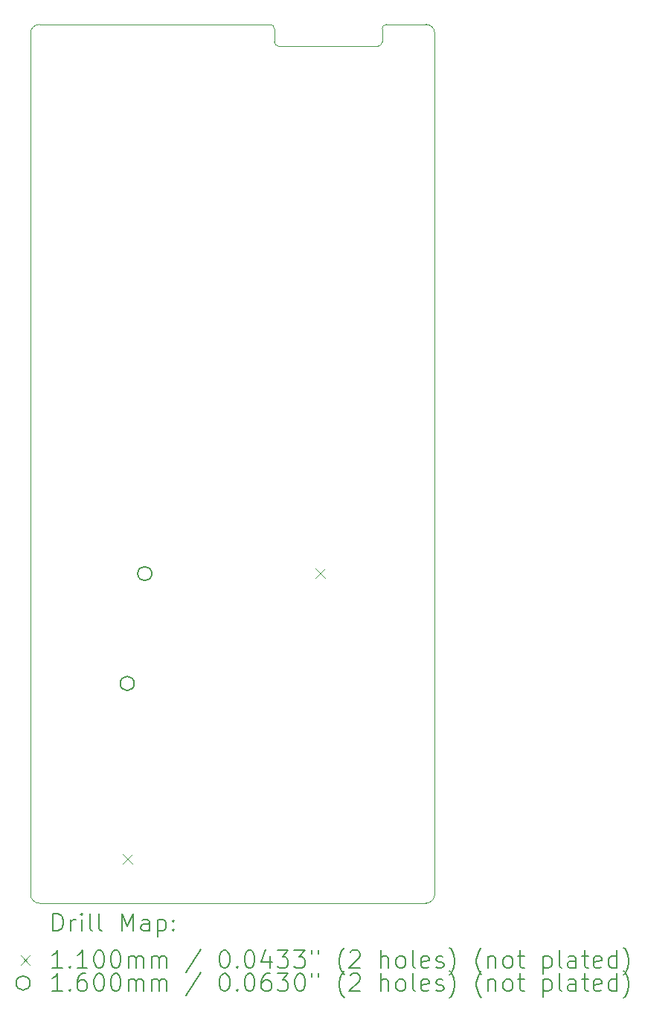
<source format=gbr>
%TF.GenerationSoftware,KiCad,Pcbnew,7.0.6*%
%TF.CreationDate,2023-08-09T14:49:31+09:30*%
%TF.ProjectId,backplane,6261636b-706c-4616-9e65-2e6b69636164,V1.0*%
%TF.SameCoordinates,Original*%
%TF.FileFunction,Drillmap*%
%TF.FilePolarity,Positive*%
%FSLAX45Y45*%
G04 Gerber Fmt 4.5, Leading zero omitted, Abs format (unit mm)*
G04 Created by KiCad (PCBNEW 7.0.6) date 2023-08-09 14:49:31*
%MOMM*%
%LPD*%
G01*
G04 APERTURE LIST*
%ADD10C,0.100000*%
%ADD11C,0.200000*%
%ADD12C,0.110000*%
%ADD13C,0.160000*%
G04 APERTURE END LIST*
D10*
X10000000Y-14900000D02*
X10000000Y-5100000D01*
X14500000Y-15000000D02*
G75*
G03*
X14600000Y-14900000I0J100000D01*
G01*
X14600000Y-5100000D02*
G75*
G03*
X14500000Y-5000000I-100000J0D01*
G01*
X14500000Y-15000000D02*
X10100000Y-15000000D01*
X10000000Y-14900000D02*
G75*
G03*
X10100000Y-15000000I100000J0D01*
G01*
X12775000Y-5050000D02*
X12775000Y-5200000D01*
X14500000Y-5000000D02*
X14050000Y-5000000D01*
X14000000Y-5200000D02*
X14000000Y-5050000D01*
X10100000Y-5000000D02*
X12725000Y-5000000D01*
X12775000Y-5200000D02*
G75*
G03*
X12825000Y-5250000I50000J0D01*
G01*
X12825000Y-5250000D02*
X13950000Y-5250000D01*
X10100000Y-5000000D02*
G75*
G03*
X10000000Y-5100000I0J-100000D01*
G01*
X14050000Y-5000000D02*
G75*
G03*
X14000000Y-5050000I0J-50000D01*
G01*
X13950000Y-5250000D02*
G75*
G03*
X14000000Y-5200000I0J50000D01*
G01*
X12775000Y-5050000D02*
G75*
G03*
X12725000Y-5000000I-50000J0D01*
G01*
X14600000Y-5100000D02*
X14600000Y-14900000D01*
D11*
D12*
X11045000Y-14445000D02*
X11155000Y-14555000D01*
X11155000Y-14445000D02*
X11045000Y-14555000D01*
X13245000Y-11195000D02*
X13355000Y-11305000D01*
X13355000Y-11195000D02*
X13245000Y-11305000D01*
D13*
X11180000Y-12500000D02*
G75*
G03*
X11180000Y-12500000I-80000J0D01*
G01*
X11380000Y-11250000D02*
G75*
G03*
X11380000Y-11250000I-80000J0D01*
G01*
D11*
X10255777Y-15316484D02*
X10255777Y-15116484D01*
X10255777Y-15116484D02*
X10303396Y-15116484D01*
X10303396Y-15116484D02*
X10331967Y-15126008D01*
X10331967Y-15126008D02*
X10351015Y-15145055D01*
X10351015Y-15145055D02*
X10360539Y-15164103D01*
X10360539Y-15164103D02*
X10370063Y-15202198D01*
X10370063Y-15202198D02*
X10370063Y-15230769D01*
X10370063Y-15230769D02*
X10360539Y-15268865D01*
X10360539Y-15268865D02*
X10351015Y-15287912D01*
X10351015Y-15287912D02*
X10331967Y-15306960D01*
X10331967Y-15306960D02*
X10303396Y-15316484D01*
X10303396Y-15316484D02*
X10255777Y-15316484D01*
X10455777Y-15316484D02*
X10455777Y-15183150D01*
X10455777Y-15221246D02*
X10465301Y-15202198D01*
X10465301Y-15202198D02*
X10474824Y-15192674D01*
X10474824Y-15192674D02*
X10493872Y-15183150D01*
X10493872Y-15183150D02*
X10512920Y-15183150D01*
X10579586Y-15316484D02*
X10579586Y-15183150D01*
X10579586Y-15116484D02*
X10570063Y-15126008D01*
X10570063Y-15126008D02*
X10579586Y-15135531D01*
X10579586Y-15135531D02*
X10589110Y-15126008D01*
X10589110Y-15126008D02*
X10579586Y-15116484D01*
X10579586Y-15116484D02*
X10579586Y-15135531D01*
X10703396Y-15316484D02*
X10684348Y-15306960D01*
X10684348Y-15306960D02*
X10674824Y-15287912D01*
X10674824Y-15287912D02*
X10674824Y-15116484D01*
X10808158Y-15316484D02*
X10789110Y-15306960D01*
X10789110Y-15306960D02*
X10779586Y-15287912D01*
X10779586Y-15287912D02*
X10779586Y-15116484D01*
X11036729Y-15316484D02*
X11036729Y-15116484D01*
X11036729Y-15116484D02*
X11103396Y-15259341D01*
X11103396Y-15259341D02*
X11170063Y-15116484D01*
X11170063Y-15116484D02*
X11170063Y-15316484D01*
X11351015Y-15316484D02*
X11351015Y-15211722D01*
X11351015Y-15211722D02*
X11341491Y-15192674D01*
X11341491Y-15192674D02*
X11322443Y-15183150D01*
X11322443Y-15183150D02*
X11284348Y-15183150D01*
X11284348Y-15183150D02*
X11265301Y-15192674D01*
X11351015Y-15306960D02*
X11331967Y-15316484D01*
X11331967Y-15316484D02*
X11284348Y-15316484D01*
X11284348Y-15316484D02*
X11265301Y-15306960D01*
X11265301Y-15306960D02*
X11255777Y-15287912D01*
X11255777Y-15287912D02*
X11255777Y-15268865D01*
X11255777Y-15268865D02*
X11265301Y-15249817D01*
X11265301Y-15249817D02*
X11284348Y-15240293D01*
X11284348Y-15240293D02*
X11331967Y-15240293D01*
X11331967Y-15240293D02*
X11351015Y-15230769D01*
X11446253Y-15183150D02*
X11446253Y-15383150D01*
X11446253Y-15192674D02*
X11465301Y-15183150D01*
X11465301Y-15183150D02*
X11503396Y-15183150D01*
X11503396Y-15183150D02*
X11522443Y-15192674D01*
X11522443Y-15192674D02*
X11531967Y-15202198D01*
X11531967Y-15202198D02*
X11541491Y-15221246D01*
X11541491Y-15221246D02*
X11541491Y-15278388D01*
X11541491Y-15278388D02*
X11531967Y-15297436D01*
X11531967Y-15297436D02*
X11522443Y-15306960D01*
X11522443Y-15306960D02*
X11503396Y-15316484D01*
X11503396Y-15316484D02*
X11465301Y-15316484D01*
X11465301Y-15316484D02*
X11446253Y-15306960D01*
X11627205Y-15297436D02*
X11636729Y-15306960D01*
X11636729Y-15306960D02*
X11627205Y-15316484D01*
X11627205Y-15316484D02*
X11617682Y-15306960D01*
X11617682Y-15306960D02*
X11627205Y-15297436D01*
X11627205Y-15297436D02*
X11627205Y-15316484D01*
X11627205Y-15192674D02*
X11636729Y-15202198D01*
X11636729Y-15202198D02*
X11627205Y-15211722D01*
X11627205Y-15211722D02*
X11617682Y-15202198D01*
X11617682Y-15202198D02*
X11627205Y-15192674D01*
X11627205Y-15192674D02*
X11627205Y-15211722D01*
D12*
X9885000Y-15590000D02*
X9995000Y-15700000D01*
X9995000Y-15590000D02*
X9885000Y-15700000D01*
D11*
X10360539Y-15736484D02*
X10246253Y-15736484D01*
X10303396Y-15736484D02*
X10303396Y-15536484D01*
X10303396Y-15536484D02*
X10284348Y-15565055D01*
X10284348Y-15565055D02*
X10265301Y-15584103D01*
X10265301Y-15584103D02*
X10246253Y-15593627D01*
X10446253Y-15717436D02*
X10455777Y-15726960D01*
X10455777Y-15726960D02*
X10446253Y-15736484D01*
X10446253Y-15736484D02*
X10436729Y-15726960D01*
X10436729Y-15726960D02*
X10446253Y-15717436D01*
X10446253Y-15717436D02*
X10446253Y-15736484D01*
X10646253Y-15736484D02*
X10531967Y-15736484D01*
X10589110Y-15736484D02*
X10589110Y-15536484D01*
X10589110Y-15536484D02*
X10570063Y-15565055D01*
X10570063Y-15565055D02*
X10551015Y-15584103D01*
X10551015Y-15584103D02*
X10531967Y-15593627D01*
X10770063Y-15536484D02*
X10789110Y-15536484D01*
X10789110Y-15536484D02*
X10808158Y-15546008D01*
X10808158Y-15546008D02*
X10817682Y-15555531D01*
X10817682Y-15555531D02*
X10827205Y-15574579D01*
X10827205Y-15574579D02*
X10836729Y-15612674D01*
X10836729Y-15612674D02*
X10836729Y-15660293D01*
X10836729Y-15660293D02*
X10827205Y-15698388D01*
X10827205Y-15698388D02*
X10817682Y-15717436D01*
X10817682Y-15717436D02*
X10808158Y-15726960D01*
X10808158Y-15726960D02*
X10789110Y-15736484D01*
X10789110Y-15736484D02*
X10770063Y-15736484D01*
X10770063Y-15736484D02*
X10751015Y-15726960D01*
X10751015Y-15726960D02*
X10741491Y-15717436D01*
X10741491Y-15717436D02*
X10731967Y-15698388D01*
X10731967Y-15698388D02*
X10722444Y-15660293D01*
X10722444Y-15660293D02*
X10722444Y-15612674D01*
X10722444Y-15612674D02*
X10731967Y-15574579D01*
X10731967Y-15574579D02*
X10741491Y-15555531D01*
X10741491Y-15555531D02*
X10751015Y-15546008D01*
X10751015Y-15546008D02*
X10770063Y-15536484D01*
X10960539Y-15536484D02*
X10979586Y-15536484D01*
X10979586Y-15536484D02*
X10998634Y-15546008D01*
X10998634Y-15546008D02*
X11008158Y-15555531D01*
X11008158Y-15555531D02*
X11017682Y-15574579D01*
X11017682Y-15574579D02*
X11027205Y-15612674D01*
X11027205Y-15612674D02*
X11027205Y-15660293D01*
X11027205Y-15660293D02*
X11017682Y-15698388D01*
X11017682Y-15698388D02*
X11008158Y-15717436D01*
X11008158Y-15717436D02*
X10998634Y-15726960D01*
X10998634Y-15726960D02*
X10979586Y-15736484D01*
X10979586Y-15736484D02*
X10960539Y-15736484D01*
X10960539Y-15736484D02*
X10941491Y-15726960D01*
X10941491Y-15726960D02*
X10931967Y-15717436D01*
X10931967Y-15717436D02*
X10922444Y-15698388D01*
X10922444Y-15698388D02*
X10912920Y-15660293D01*
X10912920Y-15660293D02*
X10912920Y-15612674D01*
X10912920Y-15612674D02*
X10922444Y-15574579D01*
X10922444Y-15574579D02*
X10931967Y-15555531D01*
X10931967Y-15555531D02*
X10941491Y-15546008D01*
X10941491Y-15546008D02*
X10960539Y-15536484D01*
X11112920Y-15736484D02*
X11112920Y-15603150D01*
X11112920Y-15622198D02*
X11122444Y-15612674D01*
X11122444Y-15612674D02*
X11141491Y-15603150D01*
X11141491Y-15603150D02*
X11170063Y-15603150D01*
X11170063Y-15603150D02*
X11189110Y-15612674D01*
X11189110Y-15612674D02*
X11198634Y-15631722D01*
X11198634Y-15631722D02*
X11198634Y-15736484D01*
X11198634Y-15631722D02*
X11208158Y-15612674D01*
X11208158Y-15612674D02*
X11227205Y-15603150D01*
X11227205Y-15603150D02*
X11255777Y-15603150D01*
X11255777Y-15603150D02*
X11274824Y-15612674D01*
X11274824Y-15612674D02*
X11284348Y-15631722D01*
X11284348Y-15631722D02*
X11284348Y-15736484D01*
X11379586Y-15736484D02*
X11379586Y-15603150D01*
X11379586Y-15622198D02*
X11389110Y-15612674D01*
X11389110Y-15612674D02*
X11408158Y-15603150D01*
X11408158Y-15603150D02*
X11436729Y-15603150D01*
X11436729Y-15603150D02*
X11455777Y-15612674D01*
X11455777Y-15612674D02*
X11465301Y-15631722D01*
X11465301Y-15631722D02*
X11465301Y-15736484D01*
X11465301Y-15631722D02*
X11474824Y-15612674D01*
X11474824Y-15612674D02*
X11493872Y-15603150D01*
X11493872Y-15603150D02*
X11522443Y-15603150D01*
X11522443Y-15603150D02*
X11541491Y-15612674D01*
X11541491Y-15612674D02*
X11551015Y-15631722D01*
X11551015Y-15631722D02*
X11551015Y-15736484D01*
X11941491Y-15526960D02*
X11770063Y-15784103D01*
X12198634Y-15536484D02*
X12217682Y-15536484D01*
X12217682Y-15536484D02*
X12236729Y-15546008D01*
X12236729Y-15546008D02*
X12246253Y-15555531D01*
X12246253Y-15555531D02*
X12255777Y-15574579D01*
X12255777Y-15574579D02*
X12265301Y-15612674D01*
X12265301Y-15612674D02*
X12265301Y-15660293D01*
X12265301Y-15660293D02*
X12255777Y-15698388D01*
X12255777Y-15698388D02*
X12246253Y-15717436D01*
X12246253Y-15717436D02*
X12236729Y-15726960D01*
X12236729Y-15726960D02*
X12217682Y-15736484D01*
X12217682Y-15736484D02*
X12198634Y-15736484D01*
X12198634Y-15736484D02*
X12179586Y-15726960D01*
X12179586Y-15726960D02*
X12170063Y-15717436D01*
X12170063Y-15717436D02*
X12160539Y-15698388D01*
X12160539Y-15698388D02*
X12151015Y-15660293D01*
X12151015Y-15660293D02*
X12151015Y-15612674D01*
X12151015Y-15612674D02*
X12160539Y-15574579D01*
X12160539Y-15574579D02*
X12170063Y-15555531D01*
X12170063Y-15555531D02*
X12179586Y-15546008D01*
X12179586Y-15546008D02*
X12198634Y-15536484D01*
X12351015Y-15717436D02*
X12360539Y-15726960D01*
X12360539Y-15726960D02*
X12351015Y-15736484D01*
X12351015Y-15736484D02*
X12341491Y-15726960D01*
X12341491Y-15726960D02*
X12351015Y-15717436D01*
X12351015Y-15717436D02*
X12351015Y-15736484D01*
X12484348Y-15536484D02*
X12503396Y-15536484D01*
X12503396Y-15536484D02*
X12522444Y-15546008D01*
X12522444Y-15546008D02*
X12531967Y-15555531D01*
X12531967Y-15555531D02*
X12541491Y-15574579D01*
X12541491Y-15574579D02*
X12551015Y-15612674D01*
X12551015Y-15612674D02*
X12551015Y-15660293D01*
X12551015Y-15660293D02*
X12541491Y-15698388D01*
X12541491Y-15698388D02*
X12531967Y-15717436D01*
X12531967Y-15717436D02*
X12522444Y-15726960D01*
X12522444Y-15726960D02*
X12503396Y-15736484D01*
X12503396Y-15736484D02*
X12484348Y-15736484D01*
X12484348Y-15736484D02*
X12465301Y-15726960D01*
X12465301Y-15726960D02*
X12455777Y-15717436D01*
X12455777Y-15717436D02*
X12446253Y-15698388D01*
X12446253Y-15698388D02*
X12436729Y-15660293D01*
X12436729Y-15660293D02*
X12436729Y-15612674D01*
X12436729Y-15612674D02*
X12446253Y-15574579D01*
X12446253Y-15574579D02*
X12455777Y-15555531D01*
X12455777Y-15555531D02*
X12465301Y-15546008D01*
X12465301Y-15546008D02*
X12484348Y-15536484D01*
X12722444Y-15603150D02*
X12722444Y-15736484D01*
X12674825Y-15526960D02*
X12627206Y-15669817D01*
X12627206Y-15669817D02*
X12751015Y-15669817D01*
X12808158Y-15536484D02*
X12931967Y-15536484D01*
X12931967Y-15536484D02*
X12865301Y-15612674D01*
X12865301Y-15612674D02*
X12893872Y-15612674D01*
X12893872Y-15612674D02*
X12912920Y-15622198D01*
X12912920Y-15622198D02*
X12922444Y-15631722D01*
X12922444Y-15631722D02*
X12931967Y-15650769D01*
X12931967Y-15650769D02*
X12931967Y-15698388D01*
X12931967Y-15698388D02*
X12922444Y-15717436D01*
X12922444Y-15717436D02*
X12912920Y-15726960D01*
X12912920Y-15726960D02*
X12893872Y-15736484D01*
X12893872Y-15736484D02*
X12836729Y-15736484D01*
X12836729Y-15736484D02*
X12817682Y-15726960D01*
X12817682Y-15726960D02*
X12808158Y-15717436D01*
X12998634Y-15536484D02*
X13122444Y-15536484D01*
X13122444Y-15536484D02*
X13055777Y-15612674D01*
X13055777Y-15612674D02*
X13084348Y-15612674D01*
X13084348Y-15612674D02*
X13103396Y-15622198D01*
X13103396Y-15622198D02*
X13112920Y-15631722D01*
X13112920Y-15631722D02*
X13122444Y-15650769D01*
X13122444Y-15650769D02*
X13122444Y-15698388D01*
X13122444Y-15698388D02*
X13112920Y-15717436D01*
X13112920Y-15717436D02*
X13103396Y-15726960D01*
X13103396Y-15726960D02*
X13084348Y-15736484D01*
X13084348Y-15736484D02*
X13027206Y-15736484D01*
X13027206Y-15736484D02*
X13008158Y-15726960D01*
X13008158Y-15726960D02*
X12998634Y-15717436D01*
X13198634Y-15536484D02*
X13198634Y-15574579D01*
X13274825Y-15536484D02*
X13274825Y-15574579D01*
X13570063Y-15812674D02*
X13560539Y-15803150D01*
X13560539Y-15803150D02*
X13541491Y-15774579D01*
X13541491Y-15774579D02*
X13531968Y-15755531D01*
X13531968Y-15755531D02*
X13522444Y-15726960D01*
X13522444Y-15726960D02*
X13512920Y-15679341D01*
X13512920Y-15679341D02*
X13512920Y-15641246D01*
X13512920Y-15641246D02*
X13522444Y-15593627D01*
X13522444Y-15593627D02*
X13531968Y-15565055D01*
X13531968Y-15565055D02*
X13541491Y-15546008D01*
X13541491Y-15546008D02*
X13560539Y-15517436D01*
X13560539Y-15517436D02*
X13570063Y-15507912D01*
X13636729Y-15555531D02*
X13646253Y-15546008D01*
X13646253Y-15546008D02*
X13665301Y-15536484D01*
X13665301Y-15536484D02*
X13712920Y-15536484D01*
X13712920Y-15536484D02*
X13731968Y-15546008D01*
X13731968Y-15546008D02*
X13741491Y-15555531D01*
X13741491Y-15555531D02*
X13751015Y-15574579D01*
X13751015Y-15574579D02*
X13751015Y-15593627D01*
X13751015Y-15593627D02*
X13741491Y-15622198D01*
X13741491Y-15622198D02*
X13627206Y-15736484D01*
X13627206Y-15736484D02*
X13751015Y-15736484D01*
X13989110Y-15736484D02*
X13989110Y-15536484D01*
X14074825Y-15736484D02*
X14074825Y-15631722D01*
X14074825Y-15631722D02*
X14065301Y-15612674D01*
X14065301Y-15612674D02*
X14046253Y-15603150D01*
X14046253Y-15603150D02*
X14017682Y-15603150D01*
X14017682Y-15603150D02*
X13998634Y-15612674D01*
X13998634Y-15612674D02*
X13989110Y-15622198D01*
X14198634Y-15736484D02*
X14179587Y-15726960D01*
X14179587Y-15726960D02*
X14170063Y-15717436D01*
X14170063Y-15717436D02*
X14160539Y-15698388D01*
X14160539Y-15698388D02*
X14160539Y-15641246D01*
X14160539Y-15641246D02*
X14170063Y-15622198D01*
X14170063Y-15622198D02*
X14179587Y-15612674D01*
X14179587Y-15612674D02*
X14198634Y-15603150D01*
X14198634Y-15603150D02*
X14227206Y-15603150D01*
X14227206Y-15603150D02*
X14246253Y-15612674D01*
X14246253Y-15612674D02*
X14255777Y-15622198D01*
X14255777Y-15622198D02*
X14265301Y-15641246D01*
X14265301Y-15641246D02*
X14265301Y-15698388D01*
X14265301Y-15698388D02*
X14255777Y-15717436D01*
X14255777Y-15717436D02*
X14246253Y-15726960D01*
X14246253Y-15726960D02*
X14227206Y-15736484D01*
X14227206Y-15736484D02*
X14198634Y-15736484D01*
X14379587Y-15736484D02*
X14360539Y-15726960D01*
X14360539Y-15726960D02*
X14351015Y-15707912D01*
X14351015Y-15707912D02*
X14351015Y-15536484D01*
X14531968Y-15726960D02*
X14512920Y-15736484D01*
X14512920Y-15736484D02*
X14474825Y-15736484D01*
X14474825Y-15736484D02*
X14455777Y-15726960D01*
X14455777Y-15726960D02*
X14446253Y-15707912D01*
X14446253Y-15707912D02*
X14446253Y-15631722D01*
X14446253Y-15631722D02*
X14455777Y-15612674D01*
X14455777Y-15612674D02*
X14474825Y-15603150D01*
X14474825Y-15603150D02*
X14512920Y-15603150D01*
X14512920Y-15603150D02*
X14531968Y-15612674D01*
X14531968Y-15612674D02*
X14541491Y-15631722D01*
X14541491Y-15631722D02*
X14541491Y-15650769D01*
X14541491Y-15650769D02*
X14446253Y-15669817D01*
X14617682Y-15726960D02*
X14636730Y-15736484D01*
X14636730Y-15736484D02*
X14674825Y-15736484D01*
X14674825Y-15736484D02*
X14693872Y-15726960D01*
X14693872Y-15726960D02*
X14703396Y-15707912D01*
X14703396Y-15707912D02*
X14703396Y-15698388D01*
X14703396Y-15698388D02*
X14693872Y-15679341D01*
X14693872Y-15679341D02*
X14674825Y-15669817D01*
X14674825Y-15669817D02*
X14646253Y-15669817D01*
X14646253Y-15669817D02*
X14627206Y-15660293D01*
X14627206Y-15660293D02*
X14617682Y-15641246D01*
X14617682Y-15641246D02*
X14617682Y-15631722D01*
X14617682Y-15631722D02*
X14627206Y-15612674D01*
X14627206Y-15612674D02*
X14646253Y-15603150D01*
X14646253Y-15603150D02*
X14674825Y-15603150D01*
X14674825Y-15603150D02*
X14693872Y-15612674D01*
X14770063Y-15812674D02*
X14779587Y-15803150D01*
X14779587Y-15803150D02*
X14798634Y-15774579D01*
X14798634Y-15774579D02*
X14808158Y-15755531D01*
X14808158Y-15755531D02*
X14817682Y-15726960D01*
X14817682Y-15726960D02*
X14827206Y-15679341D01*
X14827206Y-15679341D02*
X14827206Y-15641246D01*
X14827206Y-15641246D02*
X14817682Y-15593627D01*
X14817682Y-15593627D02*
X14808158Y-15565055D01*
X14808158Y-15565055D02*
X14798634Y-15546008D01*
X14798634Y-15546008D02*
X14779587Y-15517436D01*
X14779587Y-15517436D02*
X14770063Y-15507912D01*
X15131968Y-15812674D02*
X15122444Y-15803150D01*
X15122444Y-15803150D02*
X15103396Y-15774579D01*
X15103396Y-15774579D02*
X15093872Y-15755531D01*
X15093872Y-15755531D02*
X15084349Y-15726960D01*
X15084349Y-15726960D02*
X15074825Y-15679341D01*
X15074825Y-15679341D02*
X15074825Y-15641246D01*
X15074825Y-15641246D02*
X15084349Y-15593627D01*
X15084349Y-15593627D02*
X15093872Y-15565055D01*
X15093872Y-15565055D02*
X15103396Y-15546008D01*
X15103396Y-15546008D02*
X15122444Y-15517436D01*
X15122444Y-15517436D02*
X15131968Y-15507912D01*
X15208158Y-15603150D02*
X15208158Y-15736484D01*
X15208158Y-15622198D02*
X15217682Y-15612674D01*
X15217682Y-15612674D02*
X15236730Y-15603150D01*
X15236730Y-15603150D02*
X15265301Y-15603150D01*
X15265301Y-15603150D02*
X15284349Y-15612674D01*
X15284349Y-15612674D02*
X15293872Y-15631722D01*
X15293872Y-15631722D02*
X15293872Y-15736484D01*
X15417682Y-15736484D02*
X15398634Y-15726960D01*
X15398634Y-15726960D02*
X15389111Y-15717436D01*
X15389111Y-15717436D02*
X15379587Y-15698388D01*
X15379587Y-15698388D02*
X15379587Y-15641246D01*
X15379587Y-15641246D02*
X15389111Y-15622198D01*
X15389111Y-15622198D02*
X15398634Y-15612674D01*
X15398634Y-15612674D02*
X15417682Y-15603150D01*
X15417682Y-15603150D02*
X15446253Y-15603150D01*
X15446253Y-15603150D02*
X15465301Y-15612674D01*
X15465301Y-15612674D02*
X15474825Y-15622198D01*
X15474825Y-15622198D02*
X15484349Y-15641246D01*
X15484349Y-15641246D02*
X15484349Y-15698388D01*
X15484349Y-15698388D02*
X15474825Y-15717436D01*
X15474825Y-15717436D02*
X15465301Y-15726960D01*
X15465301Y-15726960D02*
X15446253Y-15736484D01*
X15446253Y-15736484D02*
X15417682Y-15736484D01*
X15541492Y-15603150D02*
X15617682Y-15603150D01*
X15570063Y-15536484D02*
X15570063Y-15707912D01*
X15570063Y-15707912D02*
X15579587Y-15726960D01*
X15579587Y-15726960D02*
X15598634Y-15736484D01*
X15598634Y-15736484D02*
X15617682Y-15736484D01*
X15836730Y-15603150D02*
X15836730Y-15803150D01*
X15836730Y-15612674D02*
X15855777Y-15603150D01*
X15855777Y-15603150D02*
X15893873Y-15603150D01*
X15893873Y-15603150D02*
X15912920Y-15612674D01*
X15912920Y-15612674D02*
X15922444Y-15622198D01*
X15922444Y-15622198D02*
X15931968Y-15641246D01*
X15931968Y-15641246D02*
X15931968Y-15698388D01*
X15931968Y-15698388D02*
X15922444Y-15717436D01*
X15922444Y-15717436D02*
X15912920Y-15726960D01*
X15912920Y-15726960D02*
X15893873Y-15736484D01*
X15893873Y-15736484D02*
X15855777Y-15736484D01*
X15855777Y-15736484D02*
X15836730Y-15726960D01*
X16046253Y-15736484D02*
X16027206Y-15726960D01*
X16027206Y-15726960D02*
X16017682Y-15707912D01*
X16017682Y-15707912D02*
X16017682Y-15536484D01*
X16208158Y-15736484D02*
X16208158Y-15631722D01*
X16208158Y-15631722D02*
X16198634Y-15612674D01*
X16198634Y-15612674D02*
X16179587Y-15603150D01*
X16179587Y-15603150D02*
X16141492Y-15603150D01*
X16141492Y-15603150D02*
X16122444Y-15612674D01*
X16208158Y-15726960D02*
X16189111Y-15736484D01*
X16189111Y-15736484D02*
X16141492Y-15736484D01*
X16141492Y-15736484D02*
X16122444Y-15726960D01*
X16122444Y-15726960D02*
X16112920Y-15707912D01*
X16112920Y-15707912D02*
X16112920Y-15688865D01*
X16112920Y-15688865D02*
X16122444Y-15669817D01*
X16122444Y-15669817D02*
X16141492Y-15660293D01*
X16141492Y-15660293D02*
X16189111Y-15660293D01*
X16189111Y-15660293D02*
X16208158Y-15650769D01*
X16274825Y-15603150D02*
X16351015Y-15603150D01*
X16303396Y-15536484D02*
X16303396Y-15707912D01*
X16303396Y-15707912D02*
X16312920Y-15726960D01*
X16312920Y-15726960D02*
X16331968Y-15736484D01*
X16331968Y-15736484D02*
X16351015Y-15736484D01*
X16493873Y-15726960D02*
X16474825Y-15736484D01*
X16474825Y-15736484D02*
X16436730Y-15736484D01*
X16436730Y-15736484D02*
X16417682Y-15726960D01*
X16417682Y-15726960D02*
X16408158Y-15707912D01*
X16408158Y-15707912D02*
X16408158Y-15631722D01*
X16408158Y-15631722D02*
X16417682Y-15612674D01*
X16417682Y-15612674D02*
X16436730Y-15603150D01*
X16436730Y-15603150D02*
X16474825Y-15603150D01*
X16474825Y-15603150D02*
X16493873Y-15612674D01*
X16493873Y-15612674D02*
X16503396Y-15631722D01*
X16503396Y-15631722D02*
X16503396Y-15650769D01*
X16503396Y-15650769D02*
X16408158Y-15669817D01*
X16674825Y-15736484D02*
X16674825Y-15536484D01*
X16674825Y-15726960D02*
X16655777Y-15736484D01*
X16655777Y-15736484D02*
X16617682Y-15736484D01*
X16617682Y-15736484D02*
X16598634Y-15726960D01*
X16598634Y-15726960D02*
X16589111Y-15717436D01*
X16589111Y-15717436D02*
X16579587Y-15698388D01*
X16579587Y-15698388D02*
X16579587Y-15641246D01*
X16579587Y-15641246D02*
X16589111Y-15622198D01*
X16589111Y-15622198D02*
X16598634Y-15612674D01*
X16598634Y-15612674D02*
X16617682Y-15603150D01*
X16617682Y-15603150D02*
X16655777Y-15603150D01*
X16655777Y-15603150D02*
X16674825Y-15612674D01*
X16751015Y-15812674D02*
X16760539Y-15803150D01*
X16760539Y-15803150D02*
X16779587Y-15774579D01*
X16779587Y-15774579D02*
X16789111Y-15755531D01*
X16789111Y-15755531D02*
X16798635Y-15726960D01*
X16798635Y-15726960D02*
X16808158Y-15679341D01*
X16808158Y-15679341D02*
X16808158Y-15641246D01*
X16808158Y-15641246D02*
X16798635Y-15593627D01*
X16798635Y-15593627D02*
X16789111Y-15565055D01*
X16789111Y-15565055D02*
X16779587Y-15546008D01*
X16779587Y-15546008D02*
X16760539Y-15517436D01*
X16760539Y-15517436D02*
X16751015Y-15507912D01*
D13*
X9995000Y-15909000D02*
G75*
G03*
X9995000Y-15909000I-80000J0D01*
G01*
D11*
X10360539Y-16000484D02*
X10246253Y-16000484D01*
X10303396Y-16000484D02*
X10303396Y-15800484D01*
X10303396Y-15800484D02*
X10284348Y-15829055D01*
X10284348Y-15829055D02*
X10265301Y-15848103D01*
X10265301Y-15848103D02*
X10246253Y-15857627D01*
X10446253Y-15981436D02*
X10455777Y-15990960D01*
X10455777Y-15990960D02*
X10446253Y-16000484D01*
X10446253Y-16000484D02*
X10436729Y-15990960D01*
X10436729Y-15990960D02*
X10446253Y-15981436D01*
X10446253Y-15981436D02*
X10446253Y-16000484D01*
X10627205Y-15800484D02*
X10589110Y-15800484D01*
X10589110Y-15800484D02*
X10570063Y-15810008D01*
X10570063Y-15810008D02*
X10560539Y-15819531D01*
X10560539Y-15819531D02*
X10541491Y-15848103D01*
X10541491Y-15848103D02*
X10531967Y-15886198D01*
X10531967Y-15886198D02*
X10531967Y-15962388D01*
X10531967Y-15962388D02*
X10541491Y-15981436D01*
X10541491Y-15981436D02*
X10551015Y-15990960D01*
X10551015Y-15990960D02*
X10570063Y-16000484D01*
X10570063Y-16000484D02*
X10608158Y-16000484D01*
X10608158Y-16000484D02*
X10627205Y-15990960D01*
X10627205Y-15990960D02*
X10636729Y-15981436D01*
X10636729Y-15981436D02*
X10646253Y-15962388D01*
X10646253Y-15962388D02*
X10646253Y-15914769D01*
X10646253Y-15914769D02*
X10636729Y-15895722D01*
X10636729Y-15895722D02*
X10627205Y-15886198D01*
X10627205Y-15886198D02*
X10608158Y-15876674D01*
X10608158Y-15876674D02*
X10570063Y-15876674D01*
X10570063Y-15876674D02*
X10551015Y-15886198D01*
X10551015Y-15886198D02*
X10541491Y-15895722D01*
X10541491Y-15895722D02*
X10531967Y-15914769D01*
X10770063Y-15800484D02*
X10789110Y-15800484D01*
X10789110Y-15800484D02*
X10808158Y-15810008D01*
X10808158Y-15810008D02*
X10817682Y-15819531D01*
X10817682Y-15819531D02*
X10827205Y-15838579D01*
X10827205Y-15838579D02*
X10836729Y-15876674D01*
X10836729Y-15876674D02*
X10836729Y-15924293D01*
X10836729Y-15924293D02*
X10827205Y-15962388D01*
X10827205Y-15962388D02*
X10817682Y-15981436D01*
X10817682Y-15981436D02*
X10808158Y-15990960D01*
X10808158Y-15990960D02*
X10789110Y-16000484D01*
X10789110Y-16000484D02*
X10770063Y-16000484D01*
X10770063Y-16000484D02*
X10751015Y-15990960D01*
X10751015Y-15990960D02*
X10741491Y-15981436D01*
X10741491Y-15981436D02*
X10731967Y-15962388D01*
X10731967Y-15962388D02*
X10722444Y-15924293D01*
X10722444Y-15924293D02*
X10722444Y-15876674D01*
X10722444Y-15876674D02*
X10731967Y-15838579D01*
X10731967Y-15838579D02*
X10741491Y-15819531D01*
X10741491Y-15819531D02*
X10751015Y-15810008D01*
X10751015Y-15810008D02*
X10770063Y-15800484D01*
X10960539Y-15800484D02*
X10979586Y-15800484D01*
X10979586Y-15800484D02*
X10998634Y-15810008D01*
X10998634Y-15810008D02*
X11008158Y-15819531D01*
X11008158Y-15819531D02*
X11017682Y-15838579D01*
X11017682Y-15838579D02*
X11027205Y-15876674D01*
X11027205Y-15876674D02*
X11027205Y-15924293D01*
X11027205Y-15924293D02*
X11017682Y-15962388D01*
X11017682Y-15962388D02*
X11008158Y-15981436D01*
X11008158Y-15981436D02*
X10998634Y-15990960D01*
X10998634Y-15990960D02*
X10979586Y-16000484D01*
X10979586Y-16000484D02*
X10960539Y-16000484D01*
X10960539Y-16000484D02*
X10941491Y-15990960D01*
X10941491Y-15990960D02*
X10931967Y-15981436D01*
X10931967Y-15981436D02*
X10922444Y-15962388D01*
X10922444Y-15962388D02*
X10912920Y-15924293D01*
X10912920Y-15924293D02*
X10912920Y-15876674D01*
X10912920Y-15876674D02*
X10922444Y-15838579D01*
X10922444Y-15838579D02*
X10931967Y-15819531D01*
X10931967Y-15819531D02*
X10941491Y-15810008D01*
X10941491Y-15810008D02*
X10960539Y-15800484D01*
X11112920Y-16000484D02*
X11112920Y-15867150D01*
X11112920Y-15886198D02*
X11122444Y-15876674D01*
X11122444Y-15876674D02*
X11141491Y-15867150D01*
X11141491Y-15867150D02*
X11170063Y-15867150D01*
X11170063Y-15867150D02*
X11189110Y-15876674D01*
X11189110Y-15876674D02*
X11198634Y-15895722D01*
X11198634Y-15895722D02*
X11198634Y-16000484D01*
X11198634Y-15895722D02*
X11208158Y-15876674D01*
X11208158Y-15876674D02*
X11227205Y-15867150D01*
X11227205Y-15867150D02*
X11255777Y-15867150D01*
X11255777Y-15867150D02*
X11274824Y-15876674D01*
X11274824Y-15876674D02*
X11284348Y-15895722D01*
X11284348Y-15895722D02*
X11284348Y-16000484D01*
X11379586Y-16000484D02*
X11379586Y-15867150D01*
X11379586Y-15886198D02*
X11389110Y-15876674D01*
X11389110Y-15876674D02*
X11408158Y-15867150D01*
X11408158Y-15867150D02*
X11436729Y-15867150D01*
X11436729Y-15867150D02*
X11455777Y-15876674D01*
X11455777Y-15876674D02*
X11465301Y-15895722D01*
X11465301Y-15895722D02*
X11465301Y-16000484D01*
X11465301Y-15895722D02*
X11474824Y-15876674D01*
X11474824Y-15876674D02*
X11493872Y-15867150D01*
X11493872Y-15867150D02*
X11522443Y-15867150D01*
X11522443Y-15867150D02*
X11541491Y-15876674D01*
X11541491Y-15876674D02*
X11551015Y-15895722D01*
X11551015Y-15895722D02*
X11551015Y-16000484D01*
X11941491Y-15790960D02*
X11770063Y-16048103D01*
X12198634Y-15800484D02*
X12217682Y-15800484D01*
X12217682Y-15800484D02*
X12236729Y-15810008D01*
X12236729Y-15810008D02*
X12246253Y-15819531D01*
X12246253Y-15819531D02*
X12255777Y-15838579D01*
X12255777Y-15838579D02*
X12265301Y-15876674D01*
X12265301Y-15876674D02*
X12265301Y-15924293D01*
X12265301Y-15924293D02*
X12255777Y-15962388D01*
X12255777Y-15962388D02*
X12246253Y-15981436D01*
X12246253Y-15981436D02*
X12236729Y-15990960D01*
X12236729Y-15990960D02*
X12217682Y-16000484D01*
X12217682Y-16000484D02*
X12198634Y-16000484D01*
X12198634Y-16000484D02*
X12179586Y-15990960D01*
X12179586Y-15990960D02*
X12170063Y-15981436D01*
X12170063Y-15981436D02*
X12160539Y-15962388D01*
X12160539Y-15962388D02*
X12151015Y-15924293D01*
X12151015Y-15924293D02*
X12151015Y-15876674D01*
X12151015Y-15876674D02*
X12160539Y-15838579D01*
X12160539Y-15838579D02*
X12170063Y-15819531D01*
X12170063Y-15819531D02*
X12179586Y-15810008D01*
X12179586Y-15810008D02*
X12198634Y-15800484D01*
X12351015Y-15981436D02*
X12360539Y-15990960D01*
X12360539Y-15990960D02*
X12351015Y-16000484D01*
X12351015Y-16000484D02*
X12341491Y-15990960D01*
X12341491Y-15990960D02*
X12351015Y-15981436D01*
X12351015Y-15981436D02*
X12351015Y-16000484D01*
X12484348Y-15800484D02*
X12503396Y-15800484D01*
X12503396Y-15800484D02*
X12522444Y-15810008D01*
X12522444Y-15810008D02*
X12531967Y-15819531D01*
X12531967Y-15819531D02*
X12541491Y-15838579D01*
X12541491Y-15838579D02*
X12551015Y-15876674D01*
X12551015Y-15876674D02*
X12551015Y-15924293D01*
X12551015Y-15924293D02*
X12541491Y-15962388D01*
X12541491Y-15962388D02*
X12531967Y-15981436D01*
X12531967Y-15981436D02*
X12522444Y-15990960D01*
X12522444Y-15990960D02*
X12503396Y-16000484D01*
X12503396Y-16000484D02*
X12484348Y-16000484D01*
X12484348Y-16000484D02*
X12465301Y-15990960D01*
X12465301Y-15990960D02*
X12455777Y-15981436D01*
X12455777Y-15981436D02*
X12446253Y-15962388D01*
X12446253Y-15962388D02*
X12436729Y-15924293D01*
X12436729Y-15924293D02*
X12436729Y-15876674D01*
X12436729Y-15876674D02*
X12446253Y-15838579D01*
X12446253Y-15838579D02*
X12455777Y-15819531D01*
X12455777Y-15819531D02*
X12465301Y-15810008D01*
X12465301Y-15810008D02*
X12484348Y-15800484D01*
X12722444Y-15800484D02*
X12684348Y-15800484D01*
X12684348Y-15800484D02*
X12665301Y-15810008D01*
X12665301Y-15810008D02*
X12655777Y-15819531D01*
X12655777Y-15819531D02*
X12636729Y-15848103D01*
X12636729Y-15848103D02*
X12627206Y-15886198D01*
X12627206Y-15886198D02*
X12627206Y-15962388D01*
X12627206Y-15962388D02*
X12636729Y-15981436D01*
X12636729Y-15981436D02*
X12646253Y-15990960D01*
X12646253Y-15990960D02*
X12665301Y-16000484D01*
X12665301Y-16000484D02*
X12703396Y-16000484D01*
X12703396Y-16000484D02*
X12722444Y-15990960D01*
X12722444Y-15990960D02*
X12731967Y-15981436D01*
X12731967Y-15981436D02*
X12741491Y-15962388D01*
X12741491Y-15962388D02*
X12741491Y-15914769D01*
X12741491Y-15914769D02*
X12731967Y-15895722D01*
X12731967Y-15895722D02*
X12722444Y-15886198D01*
X12722444Y-15886198D02*
X12703396Y-15876674D01*
X12703396Y-15876674D02*
X12665301Y-15876674D01*
X12665301Y-15876674D02*
X12646253Y-15886198D01*
X12646253Y-15886198D02*
X12636729Y-15895722D01*
X12636729Y-15895722D02*
X12627206Y-15914769D01*
X12808158Y-15800484D02*
X12931967Y-15800484D01*
X12931967Y-15800484D02*
X12865301Y-15876674D01*
X12865301Y-15876674D02*
X12893872Y-15876674D01*
X12893872Y-15876674D02*
X12912920Y-15886198D01*
X12912920Y-15886198D02*
X12922444Y-15895722D01*
X12922444Y-15895722D02*
X12931967Y-15914769D01*
X12931967Y-15914769D02*
X12931967Y-15962388D01*
X12931967Y-15962388D02*
X12922444Y-15981436D01*
X12922444Y-15981436D02*
X12912920Y-15990960D01*
X12912920Y-15990960D02*
X12893872Y-16000484D01*
X12893872Y-16000484D02*
X12836729Y-16000484D01*
X12836729Y-16000484D02*
X12817682Y-15990960D01*
X12817682Y-15990960D02*
X12808158Y-15981436D01*
X13055777Y-15800484D02*
X13074825Y-15800484D01*
X13074825Y-15800484D02*
X13093872Y-15810008D01*
X13093872Y-15810008D02*
X13103396Y-15819531D01*
X13103396Y-15819531D02*
X13112920Y-15838579D01*
X13112920Y-15838579D02*
X13122444Y-15876674D01*
X13122444Y-15876674D02*
X13122444Y-15924293D01*
X13122444Y-15924293D02*
X13112920Y-15962388D01*
X13112920Y-15962388D02*
X13103396Y-15981436D01*
X13103396Y-15981436D02*
X13093872Y-15990960D01*
X13093872Y-15990960D02*
X13074825Y-16000484D01*
X13074825Y-16000484D02*
X13055777Y-16000484D01*
X13055777Y-16000484D02*
X13036729Y-15990960D01*
X13036729Y-15990960D02*
X13027206Y-15981436D01*
X13027206Y-15981436D02*
X13017682Y-15962388D01*
X13017682Y-15962388D02*
X13008158Y-15924293D01*
X13008158Y-15924293D02*
X13008158Y-15876674D01*
X13008158Y-15876674D02*
X13017682Y-15838579D01*
X13017682Y-15838579D02*
X13027206Y-15819531D01*
X13027206Y-15819531D02*
X13036729Y-15810008D01*
X13036729Y-15810008D02*
X13055777Y-15800484D01*
X13198634Y-15800484D02*
X13198634Y-15838579D01*
X13274825Y-15800484D02*
X13274825Y-15838579D01*
X13570063Y-16076674D02*
X13560539Y-16067150D01*
X13560539Y-16067150D02*
X13541491Y-16038579D01*
X13541491Y-16038579D02*
X13531968Y-16019531D01*
X13531968Y-16019531D02*
X13522444Y-15990960D01*
X13522444Y-15990960D02*
X13512920Y-15943341D01*
X13512920Y-15943341D02*
X13512920Y-15905246D01*
X13512920Y-15905246D02*
X13522444Y-15857627D01*
X13522444Y-15857627D02*
X13531968Y-15829055D01*
X13531968Y-15829055D02*
X13541491Y-15810008D01*
X13541491Y-15810008D02*
X13560539Y-15781436D01*
X13560539Y-15781436D02*
X13570063Y-15771912D01*
X13636729Y-15819531D02*
X13646253Y-15810008D01*
X13646253Y-15810008D02*
X13665301Y-15800484D01*
X13665301Y-15800484D02*
X13712920Y-15800484D01*
X13712920Y-15800484D02*
X13731968Y-15810008D01*
X13731968Y-15810008D02*
X13741491Y-15819531D01*
X13741491Y-15819531D02*
X13751015Y-15838579D01*
X13751015Y-15838579D02*
X13751015Y-15857627D01*
X13751015Y-15857627D02*
X13741491Y-15886198D01*
X13741491Y-15886198D02*
X13627206Y-16000484D01*
X13627206Y-16000484D02*
X13751015Y-16000484D01*
X13989110Y-16000484D02*
X13989110Y-15800484D01*
X14074825Y-16000484D02*
X14074825Y-15895722D01*
X14074825Y-15895722D02*
X14065301Y-15876674D01*
X14065301Y-15876674D02*
X14046253Y-15867150D01*
X14046253Y-15867150D02*
X14017682Y-15867150D01*
X14017682Y-15867150D02*
X13998634Y-15876674D01*
X13998634Y-15876674D02*
X13989110Y-15886198D01*
X14198634Y-16000484D02*
X14179587Y-15990960D01*
X14179587Y-15990960D02*
X14170063Y-15981436D01*
X14170063Y-15981436D02*
X14160539Y-15962388D01*
X14160539Y-15962388D02*
X14160539Y-15905246D01*
X14160539Y-15905246D02*
X14170063Y-15886198D01*
X14170063Y-15886198D02*
X14179587Y-15876674D01*
X14179587Y-15876674D02*
X14198634Y-15867150D01*
X14198634Y-15867150D02*
X14227206Y-15867150D01*
X14227206Y-15867150D02*
X14246253Y-15876674D01*
X14246253Y-15876674D02*
X14255777Y-15886198D01*
X14255777Y-15886198D02*
X14265301Y-15905246D01*
X14265301Y-15905246D02*
X14265301Y-15962388D01*
X14265301Y-15962388D02*
X14255777Y-15981436D01*
X14255777Y-15981436D02*
X14246253Y-15990960D01*
X14246253Y-15990960D02*
X14227206Y-16000484D01*
X14227206Y-16000484D02*
X14198634Y-16000484D01*
X14379587Y-16000484D02*
X14360539Y-15990960D01*
X14360539Y-15990960D02*
X14351015Y-15971912D01*
X14351015Y-15971912D02*
X14351015Y-15800484D01*
X14531968Y-15990960D02*
X14512920Y-16000484D01*
X14512920Y-16000484D02*
X14474825Y-16000484D01*
X14474825Y-16000484D02*
X14455777Y-15990960D01*
X14455777Y-15990960D02*
X14446253Y-15971912D01*
X14446253Y-15971912D02*
X14446253Y-15895722D01*
X14446253Y-15895722D02*
X14455777Y-15876674D01*
X14455777Y-15876674D02*
X14474825Y-15867150D01*
X14474825Y-15867150D02*
X14512920Y-15867150D01*
X14512920Y-15867150D02*
X14531968Y-15876674D01*
X14531968Y-15876674D02*
X14541491Y-15895722D01*
X14541491Y-15895722D02*
X14541491Y-15914769D01*
X14541491Y-15914769D02*
X14446253Y-15933817D01*
X14617682Y-15990960D02*
X14636730Y-16000484D01*
X14636730Y-16000484D02*
X14674825Y-16000484D01*
X14674825Y-16000484D02*
X14693872Y-15990960D01*
X14693872Y-15990960D02*
X14703396Y-15971912D01*
X14703396Y-15971912D02*
X14703396Y-15962388D01*
X14703396Y-15962388D02*
X14693872Y-15943341D01*
X14693872Y-15943341D02*
X14674825Y-15933817D01*
X14674825Y-15933817D02*
X14646253Y-15933817D01*
X14646253Y-15933817D02*
X14627206Y-15924293D01*
X14627206Y-15924293D02*
X14617682Y-15905246D01*
X14617682Y-15905246D02*
X14617682Y-15895722D01*
X14617682Y-15895722D02*
X14627206Y-15876674D01*
X14627206Y-15876674D02*
X14646253Y-15867150D01*
X14646253Y-15867150D02*
X14674825Y-15867150D01*
X14674825Y-15867150D02*
X14693872Y-15876674D01*
X14770063Y-16076674D02*
X14779587Y-16067150D01*
X14779587Y-16067150D02*
X14798634Y-16038579D01*
X14798634Y-16038579D02*
X14808158Y-16019531D01*
X14808158Y-16019531D02*
X14817682Y-15990960D01*
X14817682Y-15990960D02*
X14827206Y-15943341D01*
X14827206Y-15943341D02*
X14827206Y-15905246D01*
X14827206Y-15905246D02*
X14817682Y-15857627D01*
X14817682Y-15857627D02*
X14808158Y-15829055D01*
X14808158Y-15829055D02*
X14798634Y-15810008D01*
X14798634Y-15810008D02*
X14779587Y-15781436D01*
X14779587Y-15781436D02*
X14770063Y-15771912D01*
X15131968Y-16076674D02*
X15122444Y-16067150D01*
X15122444Y-16067150D02*
X15103396Y-16038579D01*
X15103396Y-16038579D02*
X15093872Y-16019531D01*
X15093872Y-16019531D02*
X15084349Y-15990960D01*
X15084349Y-15990960D02*
X15074825Y-15943341D01*
X15074825Y-15943341D02*
X15074825Y-15905246D01*
X15074825Y-15905246D02*
X15084349Y-15857627D01*
X15084349Y-15857627D02*
X15093872Y-15829055D01*
X15093872Y-15829055D02*
X15103396Y-15810008D01*
X15103396Y-15810008D02*
X15122444Y-15781436D01*
X15122444Y-15781436D02*
X15131968Y-15771912D01*
X15208158Y-15867150D02*
X15208158Y-16000484D01*
X15208158Y-15886198D02*
X15217682Y-15876674D01*
X15217682Y-15876674D02*
X15236730Y-15867150D01*
X15236730Y-15867150D02*
X15265301Y-15867150D01*
X15265301Y-15867150D02*
X15284349Y-15876674D01*
X15284349Y-15876674D02*
X15293872Y-15895722D01*
X15293872Y-15895722D02*
X15293872Y-16000484D01*
X15417682Y-16000484D02*
X15398634Y-15990960D01*
X15398634Y-15990960D02*
X15389111Y-15981436D01*
X15389111Y-15981436D02*
X15379587Y-15962388D01*
X15379587Y-15962388D02*
X15379587Y-15905246D01*
X15379587Y-15905246D02*
X15389111Y-15886198D01*
X15389111Y-15886198D02*
X15398634Y-15876674D01*
X15398634Y-15876674D02*
X15417682Y-15867150D01*
X15417682Y-15867150D02*
X15446253Y-15867150D01*
X15446253Y-15867150D02*
X15465301Y-15876674D01*
X15465301Y-15876674D02*
X15474825Y-15886198D01*
X15474825Y-15886198D02*
X15484349Y-15905246D01*
X15484349Y-15905246D02*
X15484349Y-15962388D01*
X15484349Y-15962388D02*
X15474825Y-15981436D01*
X15474825Y-15981436D02*
X15465301Y-15990960D01*
X15465301Y-15990960D02*
X15446253Y-16000484D01*
X15446253Y-16000484D02*
X15417682Y-16000484D01*
X15541492Y-15867150D02*
X15617682Y-15867150D01*
X15570063Y-15800484D02*
X15570063Y-15971912D01*
X15570063Y-15971912D02*
X15579587Y-15990960D01*
X15579587Y-15990960D02*
X15598634Y-16000484D01*
X15598634Y-16000484D02*
X15617682Y-16000484D01*
X15836730Y-15867150D02*
X15836730Y-16067150D01*
X15836730Y-15876674D02*
X15855777Y-15867150D01*
X15855777Y-15867150D02*
X15893873Y-15867150D01*
X15893873Y-15867150D02*
X15912920Y-15876674D01*
X15912920Y-15876674D02*
X15922444Y-15886198D01*
X15922444Y-15886198D02*
X15931968Y-15905246D01*
X15931968Y-15905246D02*
X15931968Y-15962388D01*
X15931968Y-15962388D02*
X15922444Y-15981436D01*
X15922444Y-15981436D02*
X15912920Y-15990960D01*
X15912920Y-15990960D02*
X15893873Y-16000484D01*
X15893873Y-16000484D02*
X15855777Y-16000484D01*
X15855777Y-16000484D02*
X15836730Y-15990960D01*
X16046253Y-16000484D02*
X16027206Y-15990960D01*
X16027206Y-15990960D02*
X16017682Y-15971912D01*
X16017682Y-15971912D02*
X16017682Y-15800484D01*
X16208158Y-16000484D02*
X16208158Y-15895722D01*
X16208158Y-15895722D02*
X16198634Y-15876674D01*
X16198634Y-15876674D02*
X16179587Y-15867150D01*
X16179587Y-15867150D02*
X16141492Y-15867150D01*
X16141492Y-15867150D02*
X16122444Y-15876674D01*
X16208158Y-15990960D02*
X16189111Y-16000484D01*
X16189111Y-16000484D02*
X16141492Y-16000484D01*
X16141492Y-16000484D02*
X16122444Y-15990960D01*
X16122444Y-15990960D02*
X16112920Y-15971912D01*
X16112920Y-15971912D02*
X16112920Y-15952865D01*
X16112920Y-15952865D02*
X16122444Y-15933817D01*
X16122444Y-15933817D02*
X16141492Y-15924293D01*
X16141492Y-15924293D02*
X16189111Y-15924293D01*
X16189111Y-15924293D02*
X16208158Y-15914769D01*
X16274825Y-15867150D02*
X16351015Y-15867150D01*
X16303396Y-15800484D02*
X16303396Y-15971912D01*
X16303396Y-15971912D02*
X16312920Y-15990960D01*
X16312920Y-15990960D02*
X16331968Y-16000484D01*
X16331968Y-16000484D02*
X16351015Y-16000484D01*
X16493873Y-15990960D02*
X16474825Y-16000484D01*
X16474825Y-16000484D02*
X16436730Y-16000484D01*
X16436730Y-16000484D02*
X16417682Y-15990960D01*
X16417682Y-15990960D02*
X16408158Y-15971912D01*
X16408158Y-15971912D02*
X16408158Y-15895722D01*
X16408158Y-15895722D02*
X16417682Y-15876674D01*
X16417682Y-15876674D02*
X16436730Y-15867150D01*
X16436730Y-15867150D02*
X16474825Y-15867150D01*
X16474825Y-15867150D02*
X16493873Y-15876674D01*
X16493873Y-15876674D02*
X16503396Y-15895722D01*
X16503396Y-15895722D02*
X16503396Y-15914769D01*
X16503396Y-15914769D02*
X16408158Y-15933817D01*
X16674825Y-16000484D02*
X16674825Y-15800484D01*
X16674825Y-15990960D02*
X16655777Y-16000484D01*
X16655777Y-16000484D02*
X16617682Y-16000484D01*
X16617682Y-16000484D02*
X16598634Y-15990960D01*
X16598634Y-15990960D02*
X16589111Y-15981436D01*
X16589111Y-15981436D02*
X16579587Y-15962388D01*
X16579587Y-15962388D02*
X16579587Y-15905246D01*
X16579587Y-15905246D02*
X16589111Y-15886198D01*
X16589111Y-15886198D02*
X16598634Y-15876674D01*
X16598634Y-15876674D02*
X16617682Y-15867150D01*
X16617682Y-15867150D02*
X16655777Y-15867150D01*
X16655777Y-15867150D02*
X16674825Y-15876674D01*
X16751015Y-16076674D02*
X16760539Y-16067150D01*
X16760539Y-16067150D02*
X16779587Y-16038579D01*
X16779587Y-16038579D02*
X16789111Y-16019531D01*
X16789111Y-16019531D02*
X16798635Y-15990960D01*
X16798635Y-15990960D02*
X16808158Y-15943341D01*
X16808158Y-15943341D02*
X16808158Y-15905246D01*
X16808158Y-15905246D02*
X16798635Y-15857627D01*
X16798635Y-15857627D02*
X16789111Y-15829055D01*
X16789111Y-15829055D02*
X16779587Y-15810008D01*
X16779587Y-15810008D02*
X16760539Y-15781436D01*
X16760539Y-15781436D02*
X16751015Y-15771912D01*
M02*

</source>
